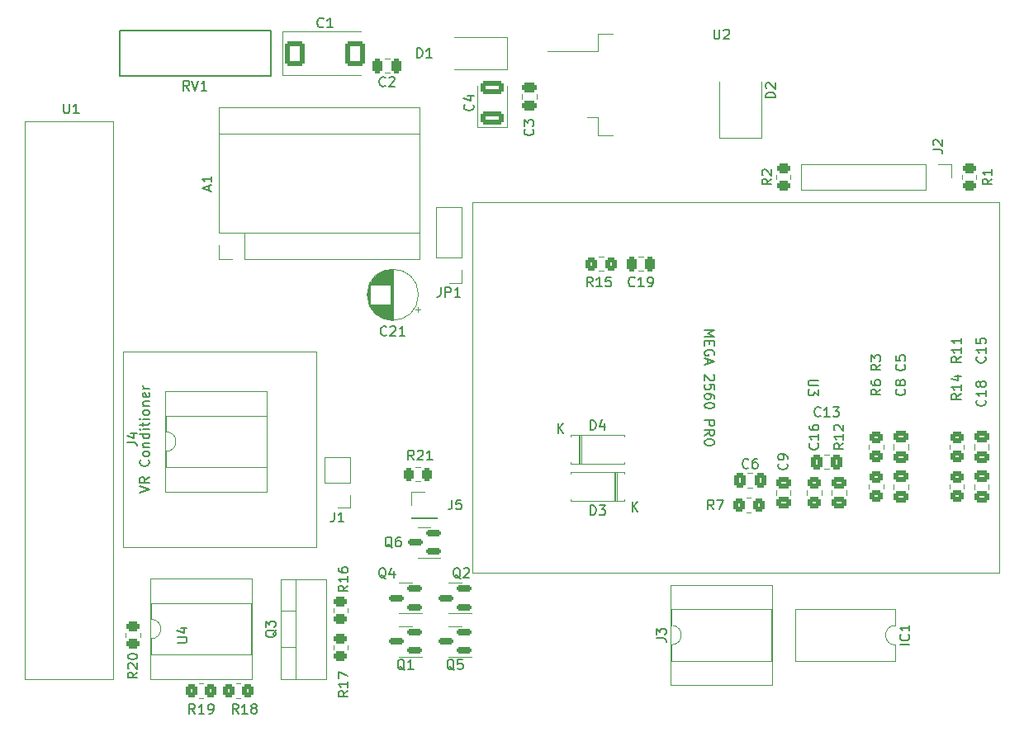
<source format=gto>
G04 #@! TF.GenerationSoftware,KiCad,Pcbnew,(6.0.1)*
G04 #@! TF.CreationDate,2022-02-04T01:53:46-05:00*
G04 #@! TF.ProjectId,klxecu,6b6c7865-6375-42e6-9b69-6361645f7063,rev?*
G04 #@! TF.SameCoordinates,Original*
G04 #@! TF.FileFunction,Legend,Top*
G04 #@! TF.FilePolarity,Positive*
%FSLAX46Y46*%
G04 Gerber Fmt 4.6, Leading zero omitted, Abs format (unit mm)*
G04 Created by KiCad (PCBNEW (6.0.1)) date 2022-02-04 01:53:46*
%MOMM*%
%LPD*%
G01*
G04 APERTURE LIST*
G04 Aperture macros list*
%AMRoundRect*
0 Rectangle with rounded corners*
0 $1 Rounding radius*
0 $2 $3 $4 $5 $6 $7 $8 $9 X,Y pos of 4 corners*
0 Add a 4 corners polygon primitive as box body*
4,1,4,$2,$3,$4,$5,$6,$7,$8,$9,$2,$3,0*
0 Add four circle primitives for the rounded corners*
1,1,$1+$1,$2,$3*
1,1,$1+$1,$4,$5*
1,1,$1+$1,$6,$7*
1,1,$1+$1,$8,$9*
0 Add four rect primitives between the rounded corners*
20,1,$1+$1,$2,$3,$4,$5,0*
20,1,$1+$1,$4,$5,$6,$7,0*
20,1,$1+$1,$6,$7,$8,$9,0*
20,1,$1+$1,$8,$9,$2,$3,0*%
G04 Aperture macros list end*
%ADD10C,0.150000*%
%ADD11C,0.120000*%
%ADD12C,4.400000*%
%ADD13C,8.600000*%
%ADD14C,1.700000*%
%ADD15C,3.800000*%
%ADD16O,1.600000X1.600000*%
%ADD17R,1.600000X1.600000*%
%ADD18C,1.524000*%
%ADD19R,4.600000X1.100000*%
%ADD20R,9.400000X10.800000*%
%ADD21C,1.800000*%
%ADD22RoundRect,0.250000X0.262500X0.450000X-0.262500X0.450000X-0.262500X-0.450000X0.262500X-0.450000X0*%
%ADD23RoundRect,0.250000X0.450000X-0.262500X0.450000X0.262500X-0.450000X0.262500X-0.450000X-0.262500X0*%
%ADD24RoundRect,0.250000X-0.350000X-0.450000X0.350000X-0.450000X0.350000X0.450000X-0.350000X0.450000X0*%
%ADD25RoundRect,0.250000X0.350000X0.450000X-0.350000X0.450000X-0.350000X-0.450000X0.350000X-0.450000X0*%
%ADD26RoundRect,0.250000X-0.450000X0.350000X-0.450000X-0.350000X0.450000X-0.350000X0.450000X0.350000X0*%
%ADD27RoundRect,0.250000X-0.450000X0.262500X-0.450000X-0.262500X0.450000X-0.262500X0.450000X0.262500X0*%
%ADD28RoundRect,0.150000X0.587500X0.150000X-0.587500X0.150000X-0.587500X-0.150000X0.587500X-0.150000X0*%
%ADD29O,2.000000X1.905000*%
%ADD30R,2.000000X1.905000*%
%ADD31O,1.700000X1.700000*%
%ADD32R,1.700000X1.700000*%
%ADD33O,2.200000X2.200000*%
%ADD34R,2.200000X2.200000*%
%ADD35R,2.300000X2.500000*%
%ADD36R,2.500000X1.800000*%
%ADD37C,1.600000*%
%ADD38RoundRect,0.250000X-0.250000X-0.475000X0.250000X-0.475000X0.250000X0.475000X-0.250000X0.475000X0*%
%ADD39RoundRect,0.250000X0.475000X-0.337500X0.475000X0.337500X-0.475000X0.337500X-0.475000X-0.337500X0*%
%ADD40RoundRect,0.250000X-0.475000X0.337500X-0.475000X-0.337500X0.475000X-0.337500X0.475000X0.337500X0*%
%ADD41RoundRect,0.250000X-0.337500X-0.475000X0.337500X-0.475000X0.337500X0.475000X-0.337500X0.475000X0*%
%ADD42RoundRect,0.250000X0.925000X-0.412500X0.925000X0.412500X-0.925000X0.412500X-0.925000X-0.412500X0*%
%ADD43RoundRect,0.250000X0.475000X-0.250000X0.475000X0.250000X-0.475000X0.250000X-0.475000X-0.250000X0*%
%ADD44RoundRect,0.250000X0.250000X0.475000X-0.250000X0.475000X-0.250000X-0.475000X0.250000X-0.475000X0*%
%ADD45RoundRect,0.250000X-0.787500X-1.025000X0.787500X-1.025000X0.787500X1.025000X-0.787500X1.025000X0*%
G04 APERTURE END LIST*
D10*
X30988095Y-48982380D02*
X30988095Y-49791904D01*
X31035714Y-49887142D01*
X31083333Y-49934761D01*
X31178571Y-49982380D01*
X31369047Y-49982380D01*
X31464285Y-49934761D01*
X31511904Y-49887142D01*
X31559523Y-49791904D01*
X31559523Y-48982380D01*
X32559523Y-49982380D02*
X31988095Y-49982380D01*
X32273809Y-49982380D02*
X32273809Y-48982380D01*
X32178571Y-49125238D01*
X32083333Y-49220476D01*
X31988095Y-49268095D01*
X42632380Y-104266904D02*
X43441904Y-104266904D01*
X43537142Y-104219285D01*
X43584761Y-104171666D01*
X43632380Y-104076428D01*
X43632380Y-103885952D01*
X43584761Y-103790714D01*
X43537142Y-103743095D01*
X43441904Y-103695476D01*
X42632380Y-103695476D01*
X42965714Y-102790714D02*
X43632380Y-102790714D01*
X42584761Y-103028809D02*
X43299047Y-103266904D01*
X43299047Y-102647857D01*
X108322619Y-77343095D02*
X107513095Y-77343095D01*
X107417857Y-77390714D01*
X107370238Y-77438333D01*
X107322619Y-77533571D01*
X107322619Y-77724047D01*
X107370238Y-77819285D01*
X107417857Y-77866904D01*
X107513095Y-77914523D01*
X108322619Y-77914523D01*
X108322619Y-78295476D02*
X108322619Y-78914523D01*
X107941666Y-78581190D01*
X107941666Y-78724047D01*
X107894047Y-78819285D01*
X107846428Y-78866904D01*
X107751190Y-78914523D01*
X107513095Y-78914523D01*
X107417857Y-78866904D01*
X107370238Y-78819285D01*
X107322619Y-78724047D01*
X107322619Y-78438333D01*
X107370238Y-78343095D01*
X107417857Y-78295476D01*
X96702619Y-72200238D02*
X97702619Y-72200238D01*
X96988333Y-72533571D01*
X97702619Y-72866904D01*
X96702619Y-72866904D01*
X97226428Y-73343095D02*
X97226428Y-73676428D01*
X96702619Y-73819285D02*
X96702619Y-73343095D01*
X97702619Y-73343095D01*
X97702619Y-73819285D01*
X97655000Y-74771666D02*
X97702619Y-74676428D01*
X97702619Y-74533571D01*
X97655000Y-74390714D01*
X97559761Y-74295476D01*
X97464523Y-74247857D01*
X97274047Y-74200238D01*
X97131190Y-74200238D01*
X96940714Y-74247857D01*
X96845476Y-74295476D01*
X96750238Y-74390714D01*
X96702619Y-74533571D01*
X96702619Y-74628809D01*
X96750238Y-74771666D01*
X96797857Y-74819285D01*
X97131190Y-74819285D01*
X97131190Y-74628809D01*
X96988333Y-75200238D02*
X96988333Y-75676428D01*
X96702619Y-75105000D02*
X97702619Y-75438333D01*
X96702619Y-75771666D01*
X97607380Y-76819285D02*
X97655000Y-76866904D01*
X97702619Y-76962142D01*
X97702619Y-77200238D01*
X97655000Y-77295476D01*
X97607380Y-77343095D01*
X97512142Y-77390714D01*
X97416904Y-77390714D01*
X97274047Y-77343095D01*
X96702619Y-76771666D01*
X96702619Y-77390714D01*
X97702619Y-78295476D02*
X97702619Y-77819285D01*
X97226428Y-77771666D01*
X97274047Y-77819285D01*
X97321666Y-77914523D01*
X97321666Y-78152619D01*
X97274047Y-78247857D01*
X97226428Y-78295476D01*
X97131190Y-78343095D01*
X96893095Y-78343095D01*
X96797857Y-78295476D01*
X96750238Y-78247857D01*
X96702619Y-78152619D01*
X96702619Y-77914523D01*
X96750238Y-77819285D01*
X96797857Y-77771666D01*
X97702619Y-79200238D02*
X97702619Y-79009761D01*
X97655000Y-78914523D01*
X97607380Y-78866904D01*
X97464523Y-78771666D01*
X97274047Y-78724047D01*
X96893095Y-78724047D01*
X96797857Y-78771666D01*
X96750238Y-78819285D01*
X96702619Y-78914523D01*
X96702619Y-79105000D01*
X96750238Y-79200238D01*
X96797857Y-79247857D01*
X96893095Y-79295476D01*
X97131190Y-79295476D01*
X97226428Y-79247857D01*
X97274047Y-79200238D01*
X97321666Y-79105000D01*
X97321666Y-78914523D01*
X97274047Y-78819285D01*
X97226428Y-78771666D01*
X97131190Y-78724047D01*
X97702619Y-79914523D02*
X97702619Y-80009761D01*
X97655000Y-80105000D01*
X97607380Y-80152619D01*
X97512142Y-80200238D01*
X97321666Y-80247857D01*
X97083571Y-80247857D01*
X96893095Y-80200238D01*
X96797857Y-80152619D01*
X96750238Y-80105000D01*
X96702619Y-80009761D01*
X96702619Y-79914523D01*
X96750238Y-79819285D01*
X96797857Y-79771666D01*
X96893095Y-79724047D01*
X97083571Y-79676428D01*
X97321666Y-79676428D01*
X97512142Y-79724047D01*
X97607380Y-79771666D01*
X97655000Y-79819285D01*
X97702619Y-79914523D01*
X96702619Y-81438333D02*
X97702619Y-81438333D01*
X97702619Y-81819285D01*
X97655000Y-81914523D01*
X97607380Y-81962142D01*
X97512142Y-82009761D01*
X97369285Y-82009761D01*
X97274047Y-81962142D01*
X97226428Y-81914523D01*
X97178809Y-81819285D01*
X97178809Y-81438333D01*
X96702619Y-83009761D02*
X97178809Y-82676428D01*
X96702619Y-82438333D02*
X97702619Y-82438333D01*
X97702619Y-82819285D01*
X97655000Y-82914523D01*
X97607380Y-82962142D01*
X97512142Y-83009761D01*
X97369285Y-83009761D01*
X97274047Y-82962142D01*
X97226428Y-82914523D01*
X97178809Y-82819285D01*
X97178809Y-82438333D01*
X97702619Y-83628809D02*
X97702619Y-83819285D01*
X97655000Y-83914523D01*
X97559761Y-84009761D01*
X97369285Y-84057380D01*
X97035952Y-84057380D01*
X96845476Y-84009761D01*
X96750238Y-83914523D01*
X96702619Y-83819285D01*
X96702619Y-83628809D01*
X96750238Y-83533571D01*
X96845476Y-83438333D01*
X97035952Y-83390714D01*
X97369285Y-83390714D01*
X97559761Y-83438333D01*
X97655000Y-83533571D01*
X97702619Y-83628809D01*
X97663095Y-41362380D02*
X97663095Y-42171904D01*
X97710714Y-42267142D01*
X97758333Y-42314761D01*
X97853571Y-42362380D01*
X98044047Y-42362380D01*
X98139285Y-42314761D01*
X98186904Y-42267142D01*
X98234523Y-42171904D01*
X98234523Y-41362380D01*
X98663095Y-41457619D02*
X98710714Y-41410000D01*
X98805952Y-41362380D01*
X99044047Y-41362380D01*
X99139285Y-41410000D01*
X99186904Y-41457619D01*
X99234523Y-41552857D01*
X99234523Y-41648095D01*
X99186904Y-41790952D01*
X98615476Y-42362380D01*
X99234523Y-42362380D01*
X43854761Y-47617380D02*
X43521428Y-47141190D01*
X43283333Y-47617380D02*
X43283333Y-46617380D01*
X43664285Y-46617380D01*
X43759523Y-46665000D01*
X43807142Y-46712619D01*
X43854761Y-46807857D01*
X43854761Y-46950714D01*
X43807142Y-47045952D01*
X43759523Y-47093571D01*
X43664285Y-47141190D01*
X43283333Y-47141190D01*
X44140476Y-46617380D02*
X44473809Y-47617380D01*
X44807142Y-46617380D01*
X45664285Y-47617380D02*
X45092857Y-47617380D01*
X45378571Y-47617380D02*
X45378571Y-46617380D01*
X45283333Y-46760238D01*
X45188095Y-46855476D01*
X45092857Y-46903095D01*
X66894206Y-85542380D02*
X66560873Y-85066190D01*
X66322778Y-85542380D02*
X66322778Y-84542380D01*
X66703730Y-84542380D01*
X66798968Y-84590000D01*
X66846587Y-84637619D01*
X66894206Y-84732857D01*
X66894206Y-84875714D01*
X66846587Y-84970952D01*
X66798968Y-85018571D01*
X66703730Y-85066190D01*
X66322778Y-85066190D01*
X67275159Y-84637619D02*
X67322778Y-84590000D01*
X67418016Y-84542380D01*
X67656111Y-84542380D01*
X67751349Y-84590000D01*
X67798968Y-84637619D01*
X67846587Y-84732857D01*
X67846587Y-84828095D01*
X67798968Y-84970952D01*
X67227540Y-85542380D01*
X67846587Y-85542380D01*
X68798968Y-85542380D02*
X68227540Y-85542380D01*
X68513254Y-85542380D02*
X68513254Y-84542380D01*
X68418016Y-84685238D01*
X68322778Y-84780476D01*
X68227540Y-84828095D01*
X38552380Y-107322857D02*
X38076190Y-107656190D01*
X38552380Y-107894285D02*
X37552380Y-107894285D01*
X37552380Y-107513333D01*
X37600000Y-107418095D01*
X37647619Y-107370476D01*
X37742857Y-107322857D01*
X37885714Y-107322857D01*
X37980952Y-107370476D01*
X38028571Y-107418095D01*
X38076190Y-107513333D01*
X38076190Y-107894285D01*
X37647619Y-106941904D02*
X37600000Y-106894285D01*
X37552380Y-106799047D01*
X37552380Y-106560952D01*
X37600000Y-106465714D01*
X37647619Y-106418095D01*
X37742857Y-106370476D01*
X37838095Y-106370476D01*
X37980952Y-106418095D01*
X38552380Y-106989523D01*
X38552380Y-106370476D01*
X37552380Y-105751428D02*
X37552380Y-105656190D01*
X37600000Y-105560952D01*
X37647619Y-105513333D01*
X37742857Y-105465714D01*
X37933333Y-105418095D01*
X38171428Y-105418095D01*
X38361904Y-105465714D01*
X38457142Y-105513333D01*
X38504761Y-105560952D01*
X38552380Y-105656190D01*
X38552380Y-105751428D01*
X38504761Y-105846666D01*
X38457142Y-105894285D01*
X38361904Y-105941904D01*
X38171428Y-105989523D01*
X37933333Y-105989523D01*
X37742857Y-105941904D01*
X37647619Y-105894285D01*
X37600000Y-105846666D01*
X37552380Y-105751428D01*
X44442142Y-111577380D02*
X44108809Y-111101190D01*
X43870714Y-111577380D02*
X43870714Y-110577380D01*
X44251666Y-110577380D01*
X44346904Y-110625000D01*
X44394523Y-110672619D01*
X44442142Y-110767857D01*
X44442142Y-110910714D01*
X44394523Y-111005952D01*
X44346904Y-111053571D01*
X44251666Y-111101190D01*
X43870714Y-111101190D01*
X45394523Y-111577380D02*
X44823095Y-111577380D01*
X45108809Y-111577380D02*
X45108809Y-110577380D01*
X45013571Y-110720238D01*
X44918333Y-110815476D01*
X44823095Y-110863095D01*
X45870714Y-111577380D02*
X46061190Y-111577380D01*
X46156428Y-111529761D01*
X46204047Y-111482142D01*
X46299285Y-111339285D01*
X46346904Y-111148809D01*
X46346904Y-110767857D01*
X46299285Y-110672619D01*
X46251666Y-110625000D01*
X46156428Y-110577380D01*
X45965952Y-110577380D01*
X45870714Y-110625000D01*
X45823095Y-110672619D01*
X45775476Y-110767857D01*
X45775476Y-111005952D01*
X45823095Y-111101190D01*
X45870714Y-111148809D01*
X45965952Y-111196428D01*
X46156428Y-111196428D01*
X46251666Y-111148809D01*
X46299285Y-111101190D01*
X46346904Y-111005952D01*
X48887142Y-111577380D02*
X48553809Y-111101190D01*
X48315714Y-111577380D02*
X48315714Y-110577380D01*
X48696666Y-110577380D01*
X48791904Y-110625000D01*
X48839523Y-110672619D01*
X48887142Y-110767857D01*
X48887142Y-110910714D01*
X48839523Y-111005952D01*
X48791904Y-111053571D01*
X48696666Y-111101190D01*
X48315714Y-111101190D01*
X49839523Y-111577380D02*
X49268095Y-111577380D01*
X49553809Y-111577380D02*
X49553809Y-110577380D01*
X49458571Y-110720238D01*
X49363333Y-110815476D01*
X49268095Y-110863095D01*
X50410952Y-111005952D02*
X50315714Y-110958333D01*
X50268095Y-110910714D01*
X50220476Y-110815476D01*
X50220476Y-110767857D01*
X50268095Y-110672619D01*
X50315714Y-110625000D01*
X50410952Y-110577380D01*
X50601428Y-110577380D01*
X50696666Y-110625000D01*
X50744285Y-110672619D01*
X50791904Y-110767857D01*
X50791904Y-110815476D01*
X50744285Y-110910714D01*
X50696666Y-110958333D01*
X50601428Y-111005952D01*
X50410952Y-111005952D01*
X50315714Y-111053571D01*
X50268095Y-111101190D01*
X50220476Y-111196428D01*
X50220476Y-111386904D01*
X50268095Y-111482142D01*
X50315714Y-111529761D01*
X50410952Y-111577380D01*
X50601428Y-111577380D01*
X50696666Y-111529761D01*
X50744285Y-111482142D01*
X50791904Y-111386904D01*
X50791904Y-111196428D01*
X50744285Y-111101190D01*
X50696666Y-111053571D01*
X50601428Y-111005952D01*
X60142380Y-109227857D02*
X59666190Y-109561190D01*
X60142380Y-109799285D02*
X59142380Y-109799285D01*
X59142380Y-109418333D01*
X59190000Y-109323095D01*
X59237619Y-109275476D01*
X59332857Y-109227857D01*
X59475714Y-109227857D01*
X59570952Y-109275476D01*
X59618571Y-109323095D01*
X59666190Y-109418333D01*
X59666190Y-109799285D01*
X60142380Y-108275476D02*
X60142380Y-108846904D01*
X60142380Y-108561190D02*
X59142380Y-108561190D01*
X59285238Y-108656428D01*
X59380476Y-108751666D01*
X59428095Y-108846904D01*
X59142380Y-107942142D02*
X59142380Y-107275476D01*
X60142380Y-107704047D01*
X60142380Y-98432857D02*
X59666190Y-98766190D01*
X60142380Y-99004285D02*
X59142380Y-99004285D01*
X59142380Y-98623333D01*
X59190000Y-98528095D01*
X59237619Y-98480476D01*
X59332857Y-98432857D01*
X59475714Y-98432857D01*
X59570952Y-98480476D01*
X59618571Y-98528095D01*
X59666190Y-98623333D01*
X59666190Y-99004285D01*
X60142380Y-97480476D02*
X60142380Y-98051904D01*
X60142380Y-97766190D02*
X59142380Y-97766190D01*
X59285238Y-97861428D01*
X59380476Y-97956666D01*
X59428095Y-98051904D01*
X59142380Y-96623333D02*
X59142380Y-96813809D01*
X59190000Y-96909047D01*
X59237619Y-96956666D01*
X59380476Y-97051904D01*
X59570952Y-97099523D01*
X59951904Y-97099523D01*
X60047142Y-97051904D01*
X60094761Y-97004285D01*
X60142380Y-96909047D01*
X60142380Y-96718571D01*
X60094761Y-96623333D01*
X60047142Y-96575714D01*
X59951904Y-96528095D01*
X59713809Y-96528095D01*
X59618571Y-96575714D01*
X59570952Y-96623333D01*
X59523333Y-96718571D01*
X59523333Y-96909047D01*
X59570952Y-97004285D01*
X59618571Y-97051904D01*
X59713809Y-97099523D01*
X85220078Y-67762380D02*
X84886745Y-67286190D01*
X84648650Y-67762380D02*
X84648650Y-66762380D01*
X85029602Y-66762380D01*
X85124840Y-66810000D01*
X85172459Y-66857619D01*
X85220078Y-66952857D01*
X85220078Y-67095714D01*
X85172459Y-67190952D01*
X85124840Y-67238571D01*
X85029602Y-67286190D01*
X84648650Y-67286190D01*
X86172459Y-67762380D02*
X85601031Y-67762380D01*
X85886745Y-67762380D02*
X85886745Y-66762380D01*
X85791507Y-66905238D01*
X85696269Y-67000476D01*
X85601031Y-67048095D01*
X87077221Y-66762380D02*
X86601031Y-66762380D01*
X86553412Y-67238571D01*
X86601031Y-67190952D01*
X86696269Y-67143333D01*
X86934364Y-67143333D01*
X87029602Y-67190952D01*
X87077221Y-67238571D01*
X87124840Y-67333809D01*
X87124840Y-67571904D01*
X87077221Y-67667142D01*
X87029602Y-67714761D01*
X86934364Y-67762380D01*
X86696269Y-67762380D01*
X86601031Y-67714761D01*
X86553412Y-67667142D01*
X123007380Y-78747857D02*
X122531190Y-79081190D01*
X123007380Y-79319285D02*
X122007380Y-79319285D01*
X122007380Y-78938333D01*
X122055000Y-78843095D01*
X122102619Y-78795476D01*
X122197857Y-78747857D01*
X122340714Y-78747857D01*
X122435952Y-78795476D01*
X122483571Y-78843095D01*
X122531190Y-78938333D01*
X122531190Y-79319285D01*
X123007380Y-77795476D02*
X123007380Y-78366904D01*
X123007380Y-78081190D02*
X122007380Y-78081190D01*
X122150238Y-78176428D01*
X122245476Y-78271666D01*
X122293095Y-78366904D01*
X122340714Y-76938333D02*
X123007380Y-76938333D01*
X121959761Y-77176428D02*
X122674047Y-77414523D01*
X122674047Y-76795476D01*
X110942380Y-83827857D02*
X110466190Y-84161190D01*
X110942380Y-84399285D02*
X109942380Y-84399285D01*
X109942380Y-84018333D01*
X109990000Y-83923095D01*
X110037619Y-83875476D01*
X110132857Y-83827857D01*
X110275714Y-83827857D01*
X110370952Y-83875476D01*
X110418571Y-83923095D01*
X110466190Y-84018333D01*
X110466190Y-84399285D01*
X110942380Y-82875476D02*
X110942380Y-83446904D01*
X110942380Y-83161190D02*
X109942380Y-83161190D01*
X110085238Y-83256428D01*
X110180476Y-83351666D01*
X110228095Y-83446904D01*
X110037619Y-82494523D02*
X109990000Y-82446904D01*
X109942380Y-82351666D01*
X109942380Y-82113571D01*
X109990000Y-82018333D01*
X110037619Y-81970714D01*
X110132857Y-81923095D01*
X110228095Y-81923095D01*
X110370952Y-81970714D01*
X110942380Y-82542142D01*
X110942380Y-81923095D01*
X123007380Y-74937857D02*
X122531190Y-75271190D01*
X123007380Y-75509285D02*
X122007380Y-75509285D01*
X122007380Y-75128333D01*
X122055000Y-75033095D01*
X122102619Y-74985476D01*
X122197857Y-74937857D01*
X122340714Y-74937857D01*
X122435952Y-74985476D01*
X122483571Y-75033095D01*
X122531190Y-75128333D01*
X122531190Y-75509285D01*
X123007380Y-73985476D02*
X123007380Y-74556904D01*
X123007380Y-74271190D02*
X122007380Y-74271190D01*
X122150238Y-74366428D01*
X122245476Y-74461666D01*
X122293095Y-74556904D01*
X123007380Y-73033095D02*
X123007380Y-73604523D01*
X123007380Y-73318809D02*
X122007380Y-73318809D01*
X122150238Y-73414047D01*
X122245476Y-73509285D01*
X122293095Y-73604523D01*
X97623333Y-90622380D02*
X97290000Y-90146190D01*
X97051904Y-90622380D02*
X97051904Y-89622380D01*
X97432857Y-89622380D01*
X97528095Y-89670000D01*
X97575714Y-89717619D01*
X97623333Y-89812857D01*
X97623333Y-89955714D01*
X97575714Y-90050952D01*
X97528095Y-90098571D01*
X97432857Y-90146190D01*
X97051904Y-90146190D01*
X97956666Y-89622380D02*
X98623333Y-89622380D01*
X98194761Y-90622380D01*
X114752380Y-78271666D02*
X114276190Y-78605000D01*
X114752380Y-78843095D02*
X113752380Y-78843095D01*
X113752380Y-78462142D01*
X113800000Y-78366904D01*
X113847619Y-78319285D01*
X113942857Y-78271666D01*
X114085714Y-78271666D01*
X114180952Y-78319285D01*
X114228571Y-78366904D01*
X114276190Y-78462142D01*
X114276190Y-78843095D01*
X113752380Y-77414523D02*
X113752380Y-77605000D01*
X113800000Y-77700238D01*
X113847619Y-77747857D01*
X113990476Y-77843095D01*
X114180952Y-77890714D01*
X114561904Y-77890714D01*
X114657142Y-77843095D01*
X114704761Y-77795476D01*
X114752380Y-77700238D01*
X114752380Y-77509761D01*
X114704761Y-77414523D01*
X114657142Y-77366904D01*
X114561904Y-77319285D01*
X114323809Y-77319285D01*
X114228571Y-77366904D01*
X114180952Y-77414523D01*
X114133333Y-77509761D01*
X114133333Y-77700238D01*
X114180952Y-77795476D01*
X114228571Y-77843095D01*
X114323809Y-77890714D01*
X114752380Y-75731666D02*
X114276190Y-76065000D01*
X114752380Y-76303095D02*
X113752380Y-76303095D01*
X113752380Y-75922142D01*
X113800000Y-75826904D01*
X113847619Y-75779285D01*
X113942857Y-75731666D01*
X114085714Y-75731666D01*
X114180952Y-75779285D01*
X114228571Y-75826904D01*
X114276190Y-75922142D01*
X114276190Y-76303095D01*
X113752380Y-75398333D02*
X113752380Y-74779285D01*
X114133333Y-75112619D01*
X114133333Y-74969761D01*
X114180952Y-74874523D01*
X114228571Y-74826904D01*
X114323809Y-74779285D01*
X114561904Y-74779285D01*
X114657142Y-74826904D01*
X114704761Y-74874523D01*
X114752380Y-74969761D01*
X114752380Y-75255476D01*
X114704761Y-75350714D01*
X114657142Y-75398333D01*
X103577380Y-56681666D02*
X103101190Y-57015000D01*
X103577380Y-57253095D02*
X102577380Y-57253095D01*
X102577380Y-56872142D01*
X102625000Y-56776904D01*
X102672619Y-56729285D01*
X102767857Y-56681666D01*
X102910714Y-56681666D01*
X103005952Y-56729285D01*
X103053571Y-56776904D01*
X103101190Y-56872142D01*
X103101190Y-57253095D01*
X102672619Y-56300714D02*
X102625000Y-56253095D01*
X102577380Y-56157857D01*
X102577380Y-55919761D01*
X102625000Y-55824523D01*
X102672619Y-55776904D01*
X102767857Y-55729285D01*
X102863095Y-55729285D01*
X103005952Y-55776904D01*
X103577380Y-56348333D01*
X103577380Y-55729285D01*
X126182380Y-56681666D02*
X125706190Y-57015000D01*
X126182380Y-57253095D02*
X125182380Y-57253095D01*
X125182380Y-56872142D01*
X125230000Y-56776904D01*
X125277619Y-56729285D01*
X125372857Y-56681666D01*
X125515714Y-56681666D01*
X125610952Y-56729285D01*
X125658571Y-56776904D01*
X125706190Y-56872142D01*
X125706190Y-57253095D01*
X126182380Y-55729285D02*
X126182380Y-56300714D01*
X126182380Y-56015000D02*
X125182380Y-56015000D01*
X125325238Y-56110238D01*
X125420476Y-56205476D01*
X125468095Y-56300714D01*
X64674761Y-94527619D02*
X64579523Y-94480000D01*
X64484285Y-94384761D01*
X64341428Y-94241904D01*
X64246190Y-94194285D01*
X64150952Y-94194285D01*
X64198571Y-94432380D02*
X64103333Y-94384761D01*
X64008095Y-94289523D01*
X63960476Y-94099047D01*
X63960476Y-93765714D01*
X64008095Y-93575238D01*
X64103333Y-93480000D01*
X64198571Y-93432380D01*
X64389047Y-93432380D01*
X64484285Y-93480000D01*
X64579523Y-93575238D01*
X64627142Y-93765714D01*
X64627142Y-94099047D01*
X64579523Y-94289523D01*
X64484285Y-94384761D01*
X64389047Y-94432380D01*
X64198571Y-94432380D01*
X65484285Y-93432380D02*
X65293809Y-93432380D01*
X65198571Y-93480000D01*
X65150952Y-93527619D01*
X65055714Y-93670476D01*
X65008095Y-93860952D01*
X65008095Y-94241904D01*
X65055714Y-94337142D01*
X65103333Y-94384761D01*
X65198571Y-94432380D01*
X65389047Y-94432380D01*
X65484285Y-94384761D01*
X65531904Y-94337142D01*
X65579523Y-94241904D01*
X65579523Y-94003809D01*
X65531904Y-93908571D01*
X65484285Y-93860952D01*
X65389047Y-93813333D01*
X65198571Y-93813333D01*
X65103333Y-93860952D01*
X65055714Y-93908571D01*
X65008095Y-94003809D01*
X71024761Y-107087619D02*
X70929523Y-107040000D01*
X70834285Y-106944761D01*
X70691428Y-106801904D01*
X70596190Y-106754285D01*
X70500952Y-106754285D01*
X70548571Y-106992380D02*
X70453333Y-106944761D01*
X70358095Y-106849523D01*
X70310476Y-106659047D01*
X70310476Y-106325714D01*
X70358095Y-106135238D01*
X70453333Y-106040000D01*
X70548571Y-105992380D01*
X70739047Y-105992380D01*
X70834285Y-106040000D01*
X70929523Y-106135238D01*
X70977142Y-106325714D01*
X70977142Y-106659047D01*
X70929523Y-106849523D01*
X70834285Y-106944761D01*
X70739047Y-106992380D01*
X70548571Y-106992380D01*
X71881904Y-105992380D02*
X71405714Y-105992380D01*
X71358095Y-106468571D01*
X71405714Y-106420952D01*
X71500952Y-106373333D01*
X71739047Y-106373333D01*
X71834285Y-106420952D01*
X71881904Y-106468571D01*
X71929523Y-106563809D01*
X71929523Y-106801904D01*
X71881904Y-106897142D01*
X71834285Y-106944761D01*
X71739047Y-106992380D01*
X71500952Y-106992380D01*
X71405714Y-106944761D01*
X71358095Y-106897142D01*
X64039761Y-97702619D02*
X63944523Y-97655000D01*
X63849285Y-97559761D01*
X63706428Y-97416904D01*
X63611190Y-97369285D01*
X63515952Y-97369285D01*
X63563571Y-97607380D02*
X63468333Y-97559761D01*
X63373095Y-97464523D01*
X63325476Y-97274047D01*
X63325476Y-96940714D01*
X63373095Y-96750238D01*
X63468333Y-96655000D01*
X63563571Y-96607380D01*
X63754047Y-96607380D01*
X63849285Y-96655000D01*
X63944523Y-96750238D01*
X63992142Y-96940714D01*
X63992142Y-97274047D01*
X63944523Y-97464523D01*
X63849285Y-97559761D01*
X63754047Y-97607380D01*
X63563571Y-97607380D01*
X64849285Y-96940714D02*
X64849285Y-97607380D01*
X64611190Y-96559761D02*
X64373095Y-97274047D01*
X64992142Y-97274047D01*
X52792619Y-102965238D02*
X52745000Y-103060476D01*
X52649761Y-103155714D01*
X52506904Y-103298571D01*
X52459285Y-103393809D01*
X52459285Y-103489047D01*
X52697380Y-103441428D02*
X52649761Y-103536666D01*
X52554523Y-103631904D01*
X52364047Y-103679523D01*
X52030714Y-103679523D01*
X51840238Y-103631904D01*
X51745000Y-103536666D01*
X51697380Y-103441428D01*
X51697380Y-103250952D01*
X51745000Y-103155714D01*
X51840238Y-103060476D01*
X52030714Y-103012857D01*
X52364047Y-103012857D01*
X52554523Y-103060476D01*
X52649761Y-103155714D01*
X52697380Y-103250952D01*
X52697380Y-103441428D01*
X51697380Y-102679523D02*
X51697380Y-102060476D01*
X52078333Y-102393809D01*
X52078333Y-102250952D01*
X52125952Y-102155714D01*
X52173571Y-102108095D01*
X52268809Y-102060476D01*
X52506904Y-102060476D01*
X52602142Y-102108095D01*
X52649761Y-102155714D01*
X52697380Y-102250952D01*
X52697380Y-102536666D01*
X52649761Y-102631904D01*
X52602142Y-102679523D01*
X71674761Y-97702619D02*
X71579523Y-97655000D01*
X71484285Y-97559761D01*
X71341428Y-97416904D01*
X71246190Y-97369285D01*
X71150952Y-97369285D01*
X71198571Y-97607380D02*
X71103333Y-97559761D01*
X71008095Y-97464523D01*
X70960476Y-97274047D01*
X70960476Y-96940714D01*
X71008095Y-96750238D01*
X71103333Y-96655000D01*
X71198571Y-96607380D01*
X71389047Y-96607380D01*
X71484285Y-96655000D01*
X71579523Y-96750238D01*
X71627142Y-96940714D01*
X71627142Y-97274047D01*
X71579523Y-97464523D01*
X71484285Y-97559761D01*
X71389047Y-97607380D01*
X71198571Y-97607380D01*
X72008095Y-96702619D02*
X72055714Y-96655000D01*
X72150952Y-96607380D01*
X72389047Y-96607380D01*
X72484285Y-96655000D01*
X72531904Y-96702619D01*
X72579523Y-96797857D01*
X72579523Y-96893095D01*
X72531904Y-97035952D01*
X71960476Y-97607380D01*
X72579523Y-97607380D01*
X65944761Y-107087619D02*
X65849523Y-107040000D01*
X65754285Y-106944761D01*
X65611428Y-106801904D01*
X65516190Y-106754285D01*
X65420952Y-106754285D01*
X65468571Y-106992380D02*
X65373333Y-106944761D01*
X65278095Y-106849523D01*
X65230476Y-106659047D01*
X65230476Y-106325714D01*
X65278095Y-106135238D01*
X65373333Y-106040000D01*
X65468571Y-105992380D01*
X65659047Y-105992380D01*
X65754285Y-106040000D01*
X65849523Y-106135238D01*
X65897142Y-106325714D01*
X65897142Y-106659047D01*
X65849523Y-106849523D01*
X65754285Y-106944761D01*
X65659047Y-106992380D01*
X65468571Y-106992380D01*
X66849523Y-106992380D02*
X66278095Y-106992380D01*
X66563809Y-106992380D02*
X66563809Y-105992380D01*
X66468571Y-106135238D01*
X66373333Y-106230476D01*
X66278095Y-106278095D01*
X69651666Y-67807380D02*
X69651666Y-68521666D01*
X69604047Y-68664523D01*
X69508809Y-68759761D01*
X69365952Y-68807380D01*
X69270714Y-68807380D01*
X70127857Y-68807380D02*
X70127857Y-67807380D01*
X70508809Y-67807380D01*
X70604047Y-67855000D01*
X70651666Y-67902619D01*
X70699285Y-67997857D01*
X70699285Y-68140714D01*
X70651666Y-68235952D01*
X70604047Y-68283571D01*
X70508809Y-68331190D01*
X70127857Y-68331190D01*
X71651666Y-68807380D02*
X71080238Y-68807380D01*
X71365952Y-68807380D02*
X71365952Y-67807380D01*
X71270714Y-67950238D01*
X71175476Y-68045476D01*
X71080238Y-68093095D01*
X70786666Y-89622380D02*
X70786666Y-90336666D01*
X70739047Y-90479523D01*
X70643809Y-90574761D01*
X70500952Y-90622380D01*
X70405714Y-90622380D01*
X71739047Y-89622380D02*
X71262857Y-89622380D01*
X71215238Y-90098571D01*
X71262857Y-90050952D01*
X71358095Y-90003333D01*
X71596190Y-90003333D01*
X71691428Y-90050952D01*
X71739047Y-90098571D01*
X71786666Y-90193809D01*
X71786666Y-90431904D01*
X71739047Y-90527142D01*
X71691428Y-90574761D01*
X71596190Y-90622380D01*
X71358095Y-90622380D01*
X71262857Y-90574761D01*
X71215238Y-90527142D01*
X37507380Y-83722844D02*
X38221666Y-83722844D01*
X38364523Y-83770463D01*
X38459761Y-83865701D01*
X38507380Y-84008558D01*
X38507380Y-84103796D01*
X37840714Y-82818082D02*
X38507380Y-82818082D01*
X37459761Y-83056177D02*
X38174047Y-83294272D01*
X38174047Y-82675225D01*
X38777380Y-88865701D02*
X39777380Y-88532368D01*
X38777380Y-88199034D01*
X39777380Y-87294272D02*
X39301190Y-87627606D01*
X39777380Y-87865701D02*
X38777380Y-87865701D01*
X38777380Y-87484749D01*
X38825000Y-87389511D01*
X38872619Y-87341891D01*
X38967857Y-87294272D01*
X39110714Y-87294272D01*
X39205952Y-87341891D01*
X39253571Y-87389511D01*
X39301190Y-87484749D01*
X39301190Y-87865701D01*
X39682142Y-85532368D02*
X39729761Y-85579987D01*
X39777380Y-85722844D01*
X39777380Y-85818082D01*
X39729761Y-85960939D01*
X39634523Y-86056177D01*
X39539285Y-86103796D01*
X39348809Y-86151415D01*
X39205952Y-86151415D01*
X39015476Y-86103796D01*
X38920238Y-86056177D01*
X38825000Y-85960939D01*
X38777380Y-85818082D01*
X38777380Y-85722844D01*
X38825000Y-85579987D01*
X38872619Y-85532368D01*
X39777380Y-84960939D02*
X39729761Y-85056177D01*
X39682142Y-85103796D01*
X39586904Y-85151415D01*
X39301190Y-85151415D01*
X39205952Y-85103796D01*
X39158333Y-85056177D01*
X39110714Y-84960939D01*
X39110714Y-84818082D01*
X39158333Y-84722844D01*
X39205952Y-84675225D01*
X39301190Y-84627606D01*
X39586904Y-84627606D01*
X39682142Y-84675225D01*
X39729761Y-84722844D01*
X39777380Y-84818082D01*
X39777380Y-84960939D01*
X39110714Y-84199034D02*
X39777380Y-84199034D01*
X39205952Y-84199034D02*
X39158333Y-84151415D01*
X39110714Y-84056177D01*
X39110714Y-83913320D01*
X39158333Y-83818082D01*
X39253571Y-83770463D01*
X39777380Y-83770463D01*
X39777380Y-82865701D02*
X38777380Y-82865701D01*
X39729761Y-82865701D02*
X39777380Y-82960939D01*
X39777380Y-83151415D01*
X39729761Y-83246653D01*
X39682142Y-83294272D01*
X39586904Y-83341891D01*
X39301190Y-83341891D01*
X39205952Y-83294272D01*
X39158333Y-83246653D01*
X39110714Y-83151415D01*
X39110714Y-82960939D01*
X39158333Y-82865701D01*
X39777380Y-82389511D02*
X39110714Y-82389511D01*
X38777380Y-82389511D02*
X38825000Y-82437130D01*
X38872619Y-82389511D01*
X38825000Y-82341891D01*
X38777380Y-82389511D01*
X38872619Y-82389511D01*
X39110714Y-82056177D02*
X39110714Y-81675225D01*
X38777380Y-81913320D02*
X39634523Y-81913320D01*
X39729761Y-81865701D01*
X39777380Y-81770463D01*
X39777380Y-81675225D01*
X39777380Y-81341891D02*
X39110714Y-81341891D01*
X38777380Y-81341891D02*
X38825000Y-81389511D01*
X38872619Y-81341891D01*
X38825000Y-81294272D01*
X38777380Y-81341891D01*
X38872619Y-81341891D01*
X39777380Y-80722844D02*
X39729761Y-80818082D01*
X39682142Y-80865701D01*
X39586904Y-80913320D01*
X39301190Y-80913320D01*
X39205952Y-80865701D01*
X39158333Y-80818082D01*
X39110714Y-80722844D01*
X39110714Y-80579987D01*
X39158333Y-80484749D01*
X39205952Y-80437130D01*
X39301190Y-80389511D01*
X39586904Y-80389511D01*
X39682142Y-80437130D01*
X39729761Y-80484749D01*
X39777380Y-80579987D01*
X39777380Y-80722844D01*
X39110714Y-79960939D02*
X39777380Y-79960939D01*
X39205952Y-79960939D02*
X39158333Y-79913320D01*
X39110714Y-79818082D01*
X39110714Y-79675225D01*
X39158333Y-79579987D01*
X39253571Y-79532368D01*
X39777380Y-79532368D01*
X39729761Y-78675225D02*
X39777380Y-78770463D01*
X39777380Y-78960939D01*
X39729761Y-79056177D01*
X39634523Y-79103796D01*
X39253571Y-79103796D01*
X39158333Y-79056177D01*
X39110714Y-78960939D01*
X39110714Y-78770463D01*
X39158333Y-78675225D01*
X39253571Y-78627606D01*
X39348809Y-78627606D01*
X39444047Y-79103796D01*
X39777380Y-78199034D02*
X39110714Y-78199034D01*
X39301190Y-78199034D02*
X39205952Y-78151415D01*
X39158333Y-78103796D01*
X39110714Y-78008558D01*
X39110714Y-77913320D01*
X91747380Y-103828333D02*
X92461666Y-103828333D01*
X92604523Y-103875952D01*
X92699761Y-103971190D01*
X92747380Y-104114047D01*
X92747380Y-104209285D01*
X91747380Y-103447380D02*
X91747380Y-102828333D01*
X92128333Y-103161666D01*
X92128333Y-103018809D01*
X92175952Y-102923571D01*
X92223571Y-102875952D01*
X92318809Y-102828333D01*
X92556904Y-102828333D01*
X92652142Y-102875952D01*
X92699761Y-102923571D01*
X92747380Y-103018809D01*
X92747380Y-103304523D01*
X92699761Y-103399761D01*
X92652142Y-103447380D01*
X120102380Y-53673333D02*
X120816666Y-53673333D01*
X120959523Y-53720952D01*
X121054761Y-53816190D01*
X121102380Y-53959047D01*
X121102380Y-54054285D01*
X120197619Y-53244761D02*
X120150000Y-53197142D01*
X120102380Y-53101904D01*
X120102380Y-52863809D01*
X120150000Y-52768571D01*
X120197619Y-52720952D01*
X120292857Y-52673333D01*
X120388095Y-52673333D01*
X120530952Y-52720952D01*
X121102380Y-53292380D01*
X121102380Y-52673333D01*
X58721666Y-90891891D02*
X58721666Y-91606177D01*
X58674047Y-91749034D01*
X58578809Y-91844272D01*
X58435952Y-91891891D01*
X58340714Y-91891891D01*
X59721666Y-91891891D02*
X59150238Y-91891891D01*
X59435952Y-91891891D02*
X59435952Y-90891891D01*
X59340714Y-91034749D01*
X59245476Y-91129987D01*
X59150238Y-91177606D01*
X117707380Y-104491190D02*
X116707380Y-104491190D01*
X117612142Y-103443571D02*
X117659761Y-103491190D01*
X117707380Y-103634047D01*
X117707380Y-103729285D01*
X117659761Y-103872142D01*
X117564523Y-103967380D01*
X117469285Y-104015000D01*
X117278809Y-104062619D01*
X117135952Y-104062619D01*
X116945476Y-104015000D01*
X116850238Y-103967380D01*
X116755000Y-103872142D01*
X116707380Y-103729285D01*
X116707380Y-103634047D01*
X116755000Y-103491190D01*
X116802619Y-103443571D01*
X117707380Y-102491190D02*
X117707380Y-103062619D01*
X117707380Y-102776904D02*
X116707380Y-102776904D01*
X116850238Y-102872142D01*
X116945476Y-102967380D01*
X116993095Y-103062619D01*
X84986904Y-82437380D02*
X84986904Y-81437380D01*
X85225000Y-81437380D01*
X85367857Y-81485000D01*
X85463095Y-81580238D01*
X85510714Y-81675476D01*
X85558333Y-81865952D01*
X85558333Y-82008809D01*
X85510714Y-82199285D01*
X85463095Y-82294523D01*
X85367857Y-82389761D01*
X85225000Y-82437380D01*
X84986904Y-82437380D01*
X86415476Y-81770714D02*
X86415476Y-82437380D01*
X86177380Y-81389761D02*
X85939285Y-82104047D01*
X86558333Y-82104047D01*
X81653095Y-82807380D02*
X81653095Y-81807380D01*
X82224523Y-82807380D02*
X81795952Y-82235952D01*
X82224523Y-81807380D02*
X81653095Y-82378809D01*
X84986904Y-91187380D02*
X84986904Y-90187380D01*
X85225000Y-90187380D01*
X85367857Y-90235000D01*
X85463095Y-90330238D01*
X85510714Y-90425476D01*
X85558333Y-90615952D01*
X85558333Y-90758809D01*
X85510714Y-90949285D01*
X85463095Y-91044523D01*
X85367857Y-91139761D01*
X85225000Y-91187380D01*
X84986904Y-91187380D01*
X85891666Y-90187380D02*
X86510714Y-90187380D01*
X86177380Y-90568333D01*
X86320238Y-90568333D01*
X86415476Y-90615952D01*
X86463095Y-90663571D01*
X86510714Y-90758809D01*
X86510714Y-90996904D01*
X86463095Y-91092142D01*
X86415476Y-91139761D01*
X86320238Y-91187380D01*
X86034523Y-91187380D01*
X85939285Y-91139761D01*
X85891666Y-91092142D01*
X89273095Y-90817380D02*
X89273095Y-89817380D01*
X89844523Y-90817380D02*
X89415952Y-90245952D01*
X89844523Y-89817380D02*
X89273095Y-90388809D01*
X103957380Y-48363095D02*
X102957380Y-48363095D01*
X102957380Y-48125000D01*
X103005000Y-47982142D01*
X103100238Y-47886904D01*
X103195476Y-47839285D01*
X103385952Y-47791666D01*
X103528809Y-47791666D01*
X103719285Y-47839285D01*
X103814523Y-47886904D01*
X103909761Y-47982142D01*
X103957380Y-48125000D01*
X103957380Y-48363095D01*
X103052619Y-47410714D02*
X103005000Y-47363095D01*
X102957380Y-47267857D01*
X102957380Y-47029761D01*
X103005000Y-46934523D01*
X103052619Y-46886904D01*
X103147857Y-46839285D01*
X103243095Y-46839285D01*
X103385952Y-46886904D01*
X103957380Y-47458333D01*
X103957380Y-46839285D01*
X67206904Y-44267380D02*
X67206904Y-43267380D01*
X67445000Y-43267380D01*
X67587857Y-43315000D01*
X67683095Y-43410238D01*
X67730714Y-43505476D01*
X67778333Y-43695952D01*
X67778333Y-43838809D01*
X67730714Y-44029285D01*
X67683095Y-44124523D01*
X67587857Y-44219761D01*
X67445000Y-44267380D01*
X67206904Y-44267380D01*
X68730714Y-44267380D02*
X68159285Y-44267380D01*
X68445000Y-44267380D02*
X68445000Y-43267380D01*
X68349761Y-43410238D01*
X68254523Y-43505476D01*
X68159285Y-43553095D01*
X64082254Y-72687142D02*
X64034635Y-72734761D01*
X63891778Y-72782380D01*
X63796540Y-72782380D01*
X63653683Y-72734761D01*
X63558445Y-72639523D01*
X63510826Y-72544285D01*
X63463207Y-72353809D01*
X63463207Y-72210952D01*
X63510826Y-72020476D01*
X63558445Y-71925238D01*
X63653683Y-71830000D01*
X63796540Y-71782380D01*
X63891778Y-71782380D01*
X64034635Y-71830000D01*
X64082254Y-71877619D01*
X64463207Y-71877619D02*
X64510826Y-71830000D01*
X64606064Y-71782380D01*
X64844159Y-71782380D01*
X64939397Y-71830000D01*
X64987016Y-71877619D01*
X65034635Y-71972857D01*
X65034635Y-72068095D01*
X64987016Y-72210952D01*
X64415588Y-72782380D01*
X65034635Y-72782380D01*
X65987016Y-72782380D02*
X65415588Y-72782380D01*
X65701302Y-72782380D02*
X65701302Y-71782380D01*
X65606064Y-71925238D01*
X65510826Y-72020476D01*
X65415588Y-72068095D01*
X89527142Y-67667142D02*
X89479523Y-67714761D01*
X89336666Y-67762380D01*
X89241428Y-67762380D01*
X89098571Y-67714761D01*
X89003333Y-67619523D01*
X88955714Y-67524285D01*
X88908095Y-67333809D01*
X88908095Y-67190952D01*
X88955714Y-67000476D01*
X89003333Y-66905238D01*
X89098571Y-66810000D01*
X89241428Y-66762380D01*
X89336666Y-66762380D01*
X89479523Y-66810000D01*
X89527142Y-66857619D01*
X90479523Y-67762380D02*
X89908095Y-67762380D01*
X90193809Y-67762380D02*
X90193809Y-66762380D01*
X90098571Y-66905238D01*
X90003333Y-67000476D01*
X89908095Y-67048095D01*
X90955714Y-67762380D02*
X91146190Y-67762380D01*
X91241428Y-67714761D01*
X91289047Y-67667142D01*
X91384285Y-67524285D01*
X91431904Y-67333809D01*
X91431904Y-66952857D01*
X91384285Y-66857619D01*
X91336666Y-66810000D01*
X91241428Y-66762380D01*
X91050952Y-66762380D01*
X90955714Y-66810000D01*
X90908095Y-66857619D01*
X90860476Y-66952857D01*
X90860476Y-67190952D01*
X90908095Y-67286190D01*
X90955714Y-67333809D01*
X91050952Y-67381428D01*
X91241428Y-67381428D01*
X91336666Y-67333809D01*
X91384285Y-67286190D01*
X91431904Y-67190952D01*
X125452142Y-79382857D02*
X125499761Y-79430476D01*
X125547380Y-79573333D01*
X125547380Y-79668571D01*
X125499761Y-79811428D01*
X125404523Y-79906666D01*
X125309285Y-79954285D01*
X125118809Y-80001904D01*
X124975952Y-80001904D01*
X124785476Y-79954285D01*
X124690238Y-79906666D01*
X124595000Y-79811428D01*
X124547380Y-79668571D01*
X124547380Y-79573333D01*
X124595000Y-79430476D01*
X124642619Y-79382857D01*
X125547380Y-78430476D02*
X125547380Y-79001904D01*
X125547380Y-78716190D02*
X124547380Y-78716190D01*
X124690238Y-78811428D01*
X124785476Y-78906666D01*
X124833095Y-79001904D01*
X124975952Y-77859047D02*
X124928333Y-77954285D01*
X124880714Y-78001904D01*
X124785476Y-78049523D01*
X124737857Y-78049523D01*
X124642619Y-78001904D01*
X124595000Y-77954285D01*
X124547380Y-77859047D01*
X124547380Y-77668571D01*
X124595000Y-77573333D01*
X124642619Y-77525714D01*
X124737857Y-77478095D01*
X124785476Y-77478095D01*
X124880714Y-77525714D01*
X124928333Y-77573333D01*
X124975952Y-77668571D01*
X124975952Y-77859047D01*
X125023571Y-77954285D01*
X125071190Y-78001904D01*
X125166428Y-78049523D01*
X125356904Y-78049523D01*
X125452142Y-78001904D01*
X125499761Y-77954285D01*
X125547380Y-77859047D01*
X125547380Y-77668571D01*
X125499761Y-77573333D01*
X125452142Y-77525714D01*
X125356904Y-77478095D01*
X125166428Y-77478095D01*
X125071190Y-77525714D01*
X125023571Y-77573333D01*
X124975952Y-77668571D01*
X108307142Y-83827857D02*
X108354761Y-83875476D01*
X108402380Y-84018333D01*
X108402380Y-84113571D01*
X108354761Y-84256428D01*
X108259523Y-84351666D01*
X108164285Y-84399285D01*
X107973809Y-84446904D01*
X107830952Y-84446904D01*
X107640476Y-84399285D01*
X107545238Y-84351666D01*
X107450000Y-84256428D01*
X107402380Y-84113571D01*
X107402380Y-84018333D01*
X107450000Y-83875476D01*
X107497619Y-83827857D01*
X108402380Y-82875476D02*
X108402380Y-83446904D01*
X108402380Y-83161190D02*
X107402380Y-83161190D01*
X107545238Y-83256428D01*
X107640476Y-83351666D01*
X107688095Y-83446904D01*
X107402380Y-82018333D02*
X107402380Y-82208809D01*
X107450000Y-82304047D01*
X107497619Y-82351666D01*
X107640476Y-82446904D01*
X107830952Y-82494523D01*
X108211904Y-82494523D01*
X108307142Y-82446904D01*
X108354761Y-82399285D01*
X108402380Y-82304047D01*
X108402380Y-82113571D01*
X108354761Y-82018333D01*
X108307142Y-81970714D01*
X108211904Y-81923095D01*
X107973809Y-81923095D01*
X107878571Y-81970714D01*
X107830952Y-82018333D01*
X107783333Y-82113571D01*
X107783333Y-82304047D01*
X107830952Y-82399285D01*
X107878571Y-82446904D01*
X107973809Y-82494523D01*
X125452142Y-74937857D02*
X125499761Y-74985476D01*
X125547380Y-75128333D01*
X125547380Y-75223571D01*
X125499761Y-75366428D01*
X125404523Y-75461666D01*
X125309285Y-75509285D01*
X125118809Y-75556904D01*
X124975952Y-75556904D01*
X124785476Y-75509285D01*
X124690238Y-75461666D01*
X124595000Y-75366428D01*
X124547380Y-75223571D01*
X124547380Y-75128333D01*
X124595000Y-74985476D01*
X124642619Y-74937857D01*
X125547380Y-73985476D02*
X125547380Y-74556904D01*
X125547380Y-74271190D02*
X124547380Y-74271190D01*
X124690238Y-74366428D01*
X124785476Y-74461666D01*
X124833095Y-74556904D01*
X124547380Y-73080714D02*
X124547380Y-73556904D01*
X125023571Y-73604523D01*
X124975952Y-73556904D01*
X124928333Y-73461666D01*
X124928333Y-73223571D01*
X124975952Y-73128333D01*
X125023571Y-73080714D01*
X125118809Y-73033095D01*
X125356904Y-73033095D01*
X125452142Y-73080714D01*
X125499761Y-73128333D01*
X125547380Y-73223571D01*
X125547380Y-73461666D01*
X125499761Y-73556904D01*
X125452142Y-73604523D01*
X108577142Y-81002142D02*
X108529523Y-81049761D01*
X108386666Y-81097380D01*
X108291428Y-81097380D01*
X108148571Y-81049761D01*
X108053333Y-80954523D01*
X108005714Y-80859285D01*
X107958095Y-80668809D01*
X107958095Y-80525952D01*
X108005714Y-80335476D01*
X108053333Y-80240238D01*
X108148571Y-80145000D01*
X108291428Y-80097380D01*
X108386666Y-80097380D01*
X108529523Y-80145000D01*
X108577142Y-80192619D01*
X109529523Y-81097380D02*
X108958095Y-81097380D01*
X109243809Y-81097380D02*
X109243809Y-80097380D01*
X109148571Y-80240238D01*
X109053333Y-80335476D01*
X108958095Y-80383095D01*
X109862857Y-80097380D02*
X110481904Y-80097380D01*
X110148571Y-80478333D01*
X110291428Y-80478333D01*
X110386666Y-80525952D01*
X110434285Y-80573571D01*
X110481904Y-80668809D01*
X110481904Y-80906904D01*
X110434285Y-81002142D01*
X110386666Y-81049761D01*
X110291428Y-81097380D01*
X110005714Y-81097380D01*
X109910476Y-81049761D01*
X109862857Y-81002142D01*
X105132142Y-85891666D02*
X105179761Y-85939285D01*
X105227380Y-86082142D01*
X105227380Y-86177380D01*
X105179761Y-86320238D01*
X105084523Y-86415476D01*
X104989285Y-86463095D01*
X104798809Y-86510714D01*
X104655952Y-86510714D01*
X104465476Y-86463095D01*
X104370238Y-86415476D01*
X104275000Y-86320238D01*
X104227380Y-86177380D01*
X104227380Y-86082142D01*
X104275000Y-85939285D01*
X104322619Y-85891666D01*
X105227380Y-85415476D02*
X105227380Y-85225000D01*
X105179761Y-85129761D01*
X105132142Y-85082142D01*
X104989285Y-84986904D01*
X104798809Y-84939285D01*
X104417857Y-84939285D01*
X104322619Y-84986904D01*
X104275000Y-85034523D01*
X104227380Y-85129761D01*
X104227380Y-85320238D01*
X104275000Y-85415476D01*
X104322619Y-85463095D01*
X104417857Y-85510714D01*
X104655952Y-85510714D01*
X104751190Y-85463095D01*
X104798809Y-85415476D01*
X104846428Y-85320238D01*
X104846428Y-85129761D01*
X104798809Y-85034523D01*
X104751190Y-84986904D01*
X104655952Y-84939285D01*
X117197142Y-78271666D02*
X117244761Y-78319285D01*
X117292380Y-78462142D01*
X117292380Y-78557380D01*
X117244761Y-78700238D01*
X117149523Y-78795476D01*
X117054285Y-78843095D01*
X116863809Y-78890714D01*
X116720952Y-78890714D01*
X116530476Y-78843095D01*
X116435238Y-78795476D01*
X116340000Y-78700238D01*
X116292380Y-78557380D01*
X116292380Y-78462142D01*
X116340000Y-78319285D01*
X116387619Y-78271666D01*
X116720952Y-77700238D02*
X116673333Y-77795476D01*
X116625714Y-77843095D01*
X116530476Y-77890714D01*
X116482857Y-77890714D01*
X116387619Y-77843095D01*
X116340000Y-77795476D01*
X116292380Y-77700238D01*
X116292380Y-77509761D01*
X116340000Y-77414523D01*
X116387619Y-77366904D01*
X116482857Y-77319285D01*
X116530476Y-77319285D01*
X116625714Y-77366904D01*
X116673333Y-77414523D01*
X116720952Y-77509761D01*
X116720952Y-77700238D01*
X116768571Y-77795476D01*
X116816190Y-77843095D01*
X116911428Y-77890714D01*
X117101904Y-77890714D01*
X117197142Y-77843095D01*
X117244761Y-77795476D01*
X117292380Y-77700238D01*
X117292380Y-77509761D01*
X117244761Y-77414523D01*
X117197142Y-77366904D01*
X117101904Y-77319285D01*
X116911428Y-77319285D01*
X116816190Y-77366904D01*
X116768571Y-77414523D01*
X116720952Y-77509761D01*
X101200833Y-86307142D02*
X101153214Y-86354761D01*
X101010357Y-86402380D01*
X100915119Y-86402380D01*
X100772261Y-86354761D01*
X100677023Y-86259523D01*
X100629404Y-86164285D01*
X100581785Y-85973809D01*
X100581785Y-85830952D01*
X100629404Y-85640476D01*
X100677023Y-85545238D01*
X100772261Y-85450000D01*
X100915119Y-85402380D01*
X101010357Y-85402380D01*
X101153214Y-85450000D01*
X101200833Y-85497619D01*
X102057976Y-85402380D02*
X101867500Y-85402380D01*
X101772261Y-85450000D01*
X101724642Y-85497619D01*
X101629404Y-85640476D01*
X101581785Y-85830952D01*
X101581785Y-86211904D01*
X101629404Y-86307142D01*
X101677023Y-86354761D01*
X101772261Y-86402380D01*
X101962738Y-86402380D01*
X102057976Y-86354761D01*
X102105595Y-86307142D01*
X102153214Y-86211904D01*
X102153214Y-85973809D01*
X102105595Y-85878571D01*
X102057976Y-85830952D01*
X101962738Y-85783333D01*
X101772261Y-85783333D01*
X101677023Y-85830952D01*
X101629404Y-85878571D01*
X101581785Y-85973809D01*
X117197142Y-75731666D02*
X117244761Y-75779285D01*
X117292380Y-75922142D01*
X117292380Y-76017380D01*
X117244761Y-76160238D01*
X117149523Y-76255476D01*
X117054285Y-76303095D01*
X116863809Y-76350714D01*
X116720952Y-76350714D01*
X116530476Y-76303095D01*
X116435238Y-76255476D01*
X116340000Y-76160238D01*
X116292380Y-76017380D01*
X116292380Y-75922142D01*
X116340000Y-75779285D01*
X116387619Y-75731666D01*
X116292380Y-74826904D02*
X116292380Y-75303095D01*
X116768571Y-75350714D01*
X116720952Y-75303095D01*
X116673333Y-75207857D01*
X116673333Y-74969761D01*
X116720952Y-74874523D01*
X116768571Y-74826904D01*
X116863809Y-74779285D01*
X117101904Y-74779285D01*
X117197142Y-74826904D01*
X117244761Y-74874523D01*
X117292380Y-74969761D01*
X117292380Y-75207857D01*
X117244761Y-75303095D01*
X117197142Y-75350714D01*
X72937142Y-49061666D02*
X72984761Y-49109285D01*
X73032380Y-49252142D01*
X73032380Y-49347380D01*
X72984761Y-49490238D01*
X72889523Y-49585476D01*
X72794285Y-49633095D01*
X72603809Y-49680714D01*
X72460952Y-49680714D01*
X72270476Y-49633095D01*
X72175238Y-49585476D01*
X72080000Y-49490238D01*
X72032380Y-49347380D01*
X72032380Y-49252142D01*
X72080000Y-49109285D01*
X72127619Y-49061666D01*
X72365714Y-48204523D02*
X73032380Y-48204523D01*
X71984761Y-48442619D02*
X72699047Y-48680714D01*
X72699047Y-48061666D01*
X79097142Y-51601666D02*
X79144761Y-51649285D01*
X79192380Y-51792142D01*
X79192380Y-51887380D01*
X79144761Y-52030238D01*
X79049523Y-52125476D01*
X78954285Y-52173095D01*
X78763809Y-52220714D01*
X78620952Y-52220714D01*
X78430476Y-52173095D01*
X78335238Y-52125476D01*
X78240000Y-52030238D01*
X78192380Y-51887380D01*
X78192380Y-51792142D01*
X78240000Y-51649285D01*
X78287619Y-51601666D01*
X78192380Y-51268333D02*
X78192380Y-50649285D01*
X78573333Y-50982619D01*
X78573333Y-50839761D01*
X78620952Y-50744523D01*
X78668571Y-50696904D01*
X78763809Y-50649285D01*
X79001904Y-50649285D01*
X79097142Y-50696904D01*
X79144761Y-50744523D01*
X79192380Y-50839761D01*
X79192380Y-51125476D01*
X79144761Y-51220714D01*
X79097142Y-51268333D01*
X63968333Y-47122142D02*
X63920714Y-47169761D01*
X63777857Y-47217380D01*
X63682619Y-47217380D01*
X63539761Y-47169761D01*
X63444523Y-47074523D01*
X63396904Y-46979285D01*
X63349285Y-46788809D01*
X63349285Y-46645952D01*
X63396904Y-46455476D01*
X63444523Y-46360238D01*
X63539761Y-46265000D01*
X63682619Y-46217380D01*
X63777857Y-46217380D01*
X63920714Y-46265000D01*
X63968333Y-46312619D01*
X64349285Y-46312619D02*
X64396904Y-46265000D01*
X64492142Y-46217380D01*
X64730238Y-46217380D01*
X64825476Y-46265000D01*
X64873095Y-46312619D01*
X64920714Y-46407857D01*
X64920714Y-46503095D01*
X64873095Y-46645952D01*
X64301666Y-47217380D01*
X64920714Y-47217380D01*
X57618333Y-41072142D02*
X57570714Y-41119761D01*
X57427857Y-41167380D01*
X57332619Y-41167380D01*
X57189761Y-41119761D01*
X57094523Y-41024523D01*
X57046904Y-40929285D01*
X56999285Y-40738809D01*
X56999285Y-40595952D01*
X57046904Y-40405476D01*
X57094523Y-40310238D01*
X57189761Y-40215000D01*
X57332619Y-40167380D01*
X57427857Y-40167380D01*
X57570714Y-40215000D01*
X57618333Y-40262619D01*
X58570714Y-41167380D02*
X57999285Y-41167380D01*
X58285000Y-41167380D02*
X58285000Y-40167380D01*
X58189761Y-40310238D01*
X58094523Y-40405476D01*
X57999285Y-40453095D01*
X45886666Y-57854285D02*
X45886666Y-57378095D01*
X46172380Y-57949523D02*
X45172380Y-57616190D01*
X46172380Y-57282857D01*
X46172380Y-56425714D02*
X46172380Y-56997142D01*
X46172380Y-56711428D02*
X45172380Y-56711428D01*
X45315238Y-56806666D01*
X45410476Y-56901904D01*
X45458095Y-56997142D01*
D11*
X36020000Y-50800000D02*
X27020000Y-50800000D01*
X27020000Y-50800000D02*
X27020000Y-108000000D01*
X27020000Y-108000000D02*
X36020000Y-108000000D01*
X36020000Y-108000000D02*
X36020000Y-50800000D01*
X39945000Y-103870000D02*
G75*
G03*
X39945000Y-101870000I0J1000000D01*
G01*
X50285000Y-97730000D02*
X39885000Y-97730000D01*
X50225000Y-105520000D02*
X50225000Y-100220000D01*
X50285000Y-108010000D02*
X50285000Y-97730000D01*
X39945000Y-105520000D02*
X50225000Y-105520000D01*
X39885000Y-108010000D02*
X50285000Y-108010000D01*
X39945000Y-103870000D02*
X39945000Y-105520000D01*
X39945000Y-100220000D02*
X39945000Y-101870000D01*
X50225000Y-100220000D02*
X39945000Y-100220000D01*
X39885000Y-97730000D02*
X39885000Y-108010000D01*
X126895000Y-59105000D02*
X72895000Y-59105000D01*
X72895000Y-59105000D02*
X72895000Y-97105000D01*
X72895000Y-97105000D02*
X126895000Y-97105000D01*
X126895000Y-97105000D02*
X126895000Y-59105000D01*
X85750000Y-41790000D02*
X85750000Y-43600000D01*
X85750000Y-43600000D02*
X80625000Y-43600000D01*
X87250000Y-41790000D02*
X85750000Y-41790000D01*
X85750000Y-50380000D02*
X84650000Y-50380000D01*
X87250000Y-52190000D02*
X85750000Y-52190000D01*
X85750000Y-52190000D02*
X85750000Y-50380000D01*
D10*
X36700000Y-41465000D02*
X52200000Y-41465000D01*
X52200000Y-41465000D02*
X52200000Y-46165000D01*
X36700000Y-46165000D02*
X52200000Y-46165000D01*
X36700000Y-41465000D02*
X36700000Y-46165000D01*
D11*
X67537064Y-87730000D02*
X67082936Y-87730000D01*
X67537064Y-86260000D02*
X67082936Y-86260000D01*
X38835000Y-103732064D02*
X38835000Y-103277936D01*
X37365000Y-103732064D02*
X37365000Y-103277936D01*
X44857936Y-109955000D02*
X45312064Y-109955000D01*
X44857936Y-108485000D02*
X45312064Y-108485000D01*
X49122064Y-108485000D02*
X48667936Y-108485000D01*
X49122064Y-109955000D02*
X48667936Y-109955000D01*
X60115000Y-105002064D02*
X60115000Y-104547936D01*
X58645000Y-105002064D02*
X58645000Y-104547936D01*
X60115000Y-101192064D02*
X60115000Y-100737936D01*
X58645000Y-101192064D02*
X58645000Y-100737936D01*
X85862936Y-66140000D02*
X86317064Y-66140000D01*
X85862936Y-64670000D02*
X86317064Y-64670000D01*
X121820000Y-88037936D02*
X121820000Y-88492064D01*
X123290000Y-88037936D02*
X123290000Y-88492064D01*
X107215000Y-88672936D02*
X107215000Y-89127064D01*
X108685000Y-88672936D02*
X108685000Y-89127064D01*
X121820000Y-83957936D02*
X121820000Y-84412064D01*
X123290000Y-83957936D02*
X123290000Y-84412064D01*
X101007936Y-89435000D02*
X101462064Y-89435000D01*
X101007936Y-90905000D02*
X101462064Y-90905000D01*
X113565000Y-88037936D02*
X113565000Y-88492064D01*
X115035000Y-88037936D02*
X115035000Y-88492064D01*
X113565000Y-83957936D02*
X113565000Y-84412064D01*
X115035000Y-83957936D02*
X115035000Y-84412064D01*
X105510000Y-56742064D02*
X105510000Y-56287936D01*
X104040000Y-56742064D02*
X104040000Y-56287936D01*
X123090000Y-56287936D02*
X123090000Y-56742064D01*
X124560000Y-56287936D02*
X124560000Y-56742064D01*
X67945000Y-92420000D02*
X68595000Y-92420000D01*
X67945000Y-95540000D02*
X69620000Y-95540000D01*
X67945000Y-92420000D02*
X67295000Y-92420000D01*
X67945000Y-95540000D02*
X67295000Y-95540000D01*
X71120000Y-102580000D02*
X71770000Y-102580000D01*
X71120000Y-105700000D02*
X72795000Y-105700000D01*
X71120000Y-102580000D02*
X70470000Y-102580000D01*
X71120000Y-105700000D02*
X70470000Y-105700000D01*
X66040000Y-98135000D02*
X66690000Y-98135000D01*
X66040000Y-101255000D02*
X67715000Y-101255000D01*
X66040000Y-98135000D02*
X65390000Y-98135000D01*
X66040000Y-101255000D02*
X65390000Y-101255000D01*
X54755000Y-107990000D02*
X54755000Y-97750000D01*
X53245000Y-97750000D02*
X57886000Y-97750000D01*
X57886000Y-107990000D02*
X57886000Y-97750000D01*
X53245000Y-107990000D02*
X57886000Y-107990000D01*
X53245000Y-101019000D02*
X54755000Y-101019000D01*
X53245000Y-104720000D02*
X54755000Y-104720000D01*
X53245000Y-107990000D02*
X53245000Y-97750000D01*
X71120000Y-101255000D02*
X70470000Y-101255000D01*
X71120000Y-98135000D02*
X70470000Y-98135000D01*
X71120000Y-101255000D02*
X72795000Y-101255000D01*
X71120000Y-98135000D02*
X71770000Y-98135000D01*
X66040000Y-102580000D02*
X66690000Y-102580000D01*
X66040000Y-105700000D02*
X67715000Y-105700000D01*
X66040000Y-102580000D02*
X65390000Y-102580000D01*
X66040000Y-105700000D02*
X65390000Y-105700000D01*
X71815000Y-64755000D02*
X69155000Y-64755000D01*
X71815000Y-67355000D02*
X70485000Y-67355000D01*
X69155000Y-64755000D02*
X69155000Y-59615000D01*
X71815000Y-66025000D02*
X71815000Y-67355000D01*
X71815000Y-64755000D02*
X71815000Y-59615000D01*
X71815000Y-59615000D02*
X69155000Y-59615000D01*
X66615000Y-90170000D02*
X66615000Y-88840000D01*
X66615000Y-91440000D02*
X66615000Y-91500000D01*
X69275000Y-91440000D02*
X69275000Y-91500000D01*
X66615000Y-91500000D02*
X69275000Y-91500000D01*
X66615000Y-91440000D02*
X69275000Y-91440000D01*
X66615000Y-88840000D02*
X67945000Y-88840000D01*
X41495000Y-84649511D02*
G75*
G03*
X41495000Y-82649511I0J1000000D01*
G01*
X37105000Y-94459511D02*
X56875000Y-94459511D01*
X56875000Y-94459511D02*
X56875000Y-74389511D01*
X56875000Y-74389511D02*
X37105000Y-74389511D01*
X37105000Y-74389511D02*
X37105000Y-94459511D01*
X41435000Y-78509511D02*
X41435000Y-88789511D01*
X41495000Y-84649511D02*
X41495000Y-86299511D01*
X51775000Y-80999511D02*
X41495000Y-80999511D01*
X41495000Y-86299511D02*
X51775000Y-86299511D01*
X41435000Y-88789511D02*
X51835000Y-88789511D01*
X51775000Y-86299511D02*
X51775000Y-80999511D01*
X51835000Y-88789511D02*
X51835000Y-78509511D01*
X41495000Y-80999511D02*
X41495000Y-82649511D01*
X51835000Y-78509511D02*
X41435000Y-78509511D01*
X93295000Y-104495000D02*
G75*
G03*
X93295000Y-102495000I0J1000000D01*
G01*
X103635000Y-98355000D02*
X93235000Y-98355000D01*
X103575000Y-106145000D02*
X103575000Y-100845000D01*
X103635000Y-108635000D02*
X103635000Y-98355000D01*
X93295000Y-106145000D02*
X103575000Y-106145000D01*
X93235000Y-108635000D02*
X103635000Y-108635000D01*
X93295000Y-104495000D02*
X93295000Y-106145000D01*
X93295000Y-100845000D02*
X93295000Y-102495000D01*
X103575000Y-100845000D02*
X93295000Y-100845000D01*
X93235000Y-98355000D02*
X93235000Y-108635000D01*
X119380000Y-57845000D02*
X106620000Y-57845000D01*
X106620000Y-55185000D02*
X106620000Y-57845000D01*
X119380000Y-55185000D02*
X119380000Y-57845000D01*
X121980000Y-55185000D02*
X121980000Y-56515000D01*
X120650000Y-55185000D02*
X121980000Y-55185000D01*
X119380000Y-55185000D02*
X106620000Y-55185000D01*
X57725000Y-87839511D02*
X57725000Y-85239511D01*
X60385000Y-90439511D02*
X59055000Y-90439511D01*
X60385000Y-87839511D02*
X57725000Y-87839511D01*
X60385000Y-87839511D02*
X60385000Y-85239511D01*
X60385000Y-85239511D02*
X57725000Y-85239511D01*
X60385000Y-89109511D02*
X60385000Y-90439511D01*
X116255000Y-102515000D02*
G75*
G03*
X116255000Y-104515000I0J-1000000D01*
G01*
X105975000Y-100865000D02*
X105975000Y-106165000D01*
X116255000Y-102515000D02*
X116255000Y-100865000D01*
X105975000Y-106165000D02*
X116255000Y-106165000D01*
X116255000Y-100865000D02*
X105975000Y-100865000D01*
X116255000Y-106165000D02*
X116255000Y-104515000D01*
X83005000Y-83115000D02*
X83005000Y-82985000D01*
X83005000Y-85795000D02*
X83005000Y-85925000D01*
X88445000Y-85925000D02*
X88445000Y-85795000D01*
X83005000Y-85925000D02*
X88445000Y-85925000D01*
X83905000Y-82985000D02*
X83905000Y-85925000D01*
X88445000Y-82985000D02*
X88445000Y-83115000D01*
X84025000Y-82985000D02*
X84025000Y-85925000D01*
X83005000Y-82985000D02*
X88445000Y-82985000D01*
X83785000Y-82985000D02*
X83785000Y-85925000D01*
X88445000Y-89605000D02*
X88445000Y-89735000D01*
X88445000Y-86925000D02*
X88445000Y-86795000D01*
X83005000Y-86795000D02*
X83005000Y-86925000D01*
X88445000Y-86795000D02*
X83005000Y-86795000D01*
X87545000Y-89735000D02*
X87545000Y-86795000D01*
X83005000Y-89735000D02*
X83005000Y-89605000D01*
X87425000Y-89735000D02*
X87425000Y-86795000D01*
X88445000Y-89735000D02*
X83005000Y-89735000D01*
X87665000Y-89735000D02*
X87665000Y-86795000D01*
X102480000Y-52445000D02*
X102480000Y-46745000D01*
X98180000Y-52445000D02*
X102480000Y-52445000D01*
X98180000Y-52445000D02*
X98180000Y-46745000D01*
X76425000Y-45465000D02*
X76425000Y-42165000D01*
X76425000Y-42165000D02*
X71025000Y-42165000D01*
X76425000Y-45465000D02*
X71025000Y-45465000D01*
X67345112Y-68580000D02*
G75*
G03*
X67345112Y-68580000I-2620000J0D01*
G01*
X62924112Y-70444000D02*
X62924112Y-69620000D01*
X62764112Y-67540000D02*
X62764112Y-66881000D01*
X63964112Y-71048000D02*
X63964112Y-69620000D01*
X62684112Y-70185000D02*
X62684112Y-69620000D01*
X64285112Y-67540000D02*
X64285112Y-66037000D01*
X62964112Y-70481000D02*
X62964112Y-69620000D01*
X62604112Y-67540000D02*
X62604112Y-67080000D01*
X64445112Y-71145000D02*
X64445112Y-69620000D01*
X63044112Y-67540000D02*
X63044112Y-66609000D01*
X62284112Y-69495000D02*
X62284112Y-67665000D01*
X62644112Y-67540000D02*
X62644112Y-67026000D01*
X63564112Y-70890000D02*
X63564112Y-69620000D01*
X62644112Y-70134000D02*
X62644112Y-69620000D01*
X63484112Y-70848000D02*
X63484112Y-69620000D01*
X63524112Y-67540000D02*
X63524112Y-66290000D01*
X64405112Y-67540000D02*
X64405112Y-66019000D01*
X63204112Y-67540000D02*
X63204112Y-66485000D01*
X64045112Y-71071000D02*
X64045112Y-69620000D01*
X63044112Y-70551000D02*
X63044112Y-69620000D01*
X63644112Y-70928000D02*
X63644112Y-69620000D01*
X67279887Y-70305000D02*
X67279887Y-69805000D01*
X63804112Y-67540000D02*
X63804112Y-66166000D01*
X63364112Y-67540000D02*
X63364112Y-66380000D01*
X63244112Y-70702000D02*
X63244112Y-69620000D01*
X62404112Y-69758000D02*
X62404112Y-67402000D01*
X62604112Y-70080000D02*
X62604112Y-69620000D01*
X63084112Y-70584000D02*
X63084112Y-69620000D01*
X63724112Y-67540000D02*
X63724112Y-66198000D01*
X62324112Y-69591000D02*
X62324112Y-67569000D01*
X63844112Y-71008000D02*
X63844112Y-69620000D01*
X62124112Y-68864000D02*
X62124112Y-68296000D01*
X64445112Y-67540000D02*
X64445112Y-66015000D01*
X63844112Y-67540000D02*
X63844112Y-66152000D01*
X62444112Y-69831000D02*
X62444112Y-69620000D01*
X62244112Y-69385000D02*
X62244112Y-67775000D01*
X62684112Y-67540000D02*
X62684112Y-66975000D01*
X67529887Y-70055000D02*
X67029887Y-70055000D01*
X63764112Y-70978000D02*
X63764112Y-69620000D01*
X63404112Y-67540000D02*
X63404112Y-66356000D01*
X63924112Y-67540000D02*
X63924112Y-66125000D01*
X62964112Y-67540000D02*
X62964112Y-66679000D01*
X63444112Y-67540000D02*
X63444112Y-66333000D01*
X63164112Y-67540000D02*
X63164112Y-66515000D01*
X63884112Y-67540000D02*
X63884112Y-66138000D01*
X63004112Y-67540000D02*
X63004112Y-66643000D01*
X64365112Y-71136000D02*
X64365112Y-69620000D01*
X62724112Y-70233000D02*
X62724112Y-69620000D01*
X63684112Y-67540000D02*
X63684112Y-66215000D01*
X63164112Y-70645000D02*
X63164112Y-69620000D01*
X63524112Y-70870000D02*
X63524112Y-69620000D01*
X62844112Y-67540000D02*
X62844112Y-66795000D01*
X64125112Y-67540000D02*
X64125112Y-66069000D01*
X64485112Y-71149000D02*
X64485112Y-69620000D01*
X64525112Y-71153000D02*
X64525112Y-66007000D01*
X64605112Y-71158000D02*
X64605112Y-66002000D01*
X63764112Y-67540000D02*
X63764112Y-66182000D01*
X63324112Y-67540000D02*
X63324112Y-66405000D01*
X64325112Y-71130000D02*
X64325112Y-69620000D01*
X64165112Y-71100000D02*
X64165112Y-69620000D01*
X63884112Y-71022000D02*
X63884112Y-69620000D01*
X64325112Y-67540000D02*
X64325112Y-66030000D01*
X62884112Y-70406000D02*
X62884112Y-69620000D01*
X63124112Y-67540000D02*
X63124112Y-66545000D01*
X63364112Y-70780000D02*
X63364112Y-69620000D01*
X64405112Y-71141000D02*
X64405112Y-69620000D01*
X64085112Y-71081000D02*
X64085112Y-69620000D01*
X62724112Y-67540000D02*
X62724112Y-66927000D01*
X63684112Y-70945000D02*
X63684112Y-69620000D01*
X64685112Y-71160000D02*
X64685112Y-66000000D01*
X64205112Y-71108000D02*
X64205112Y-69620000D01*
X64085112Y-67540000D02*
X64085112Y-66079000D01*
X63724112Y-70962000D02*
X63724112Y-69620000D01*
X63484112Y-67540000D02*
X63484112Y-66312000D01*
X63204112Y-70675000D02*
X63204112Y-69620000D01*
X64565112Y-71156000D02*
X64565112Y-66004000D01*
X64285112Y-71123000D02*
X64285112Y-69620000D01*
X64205112Y-67540000D02*
X64205112Y-66052000D01*
X64485112Y-67540000D02*
X64485112Y-66011000D01*
X62804112Y-70323000D02*
X62804112Y-69620000D01*
X62364112Y-69678000D02*
X62364112Y-67482000D01*
X64125112Y-71091000D02*
X64125112Y-69620000D01*
X62524112Y-67540000D02*
X62524112Y-67197000D01*
X64365112Y-67540000D02*
X64365112Y-66024000D01*
X63604112Y-70909000D02*
X63604112Y-69620000D01*
X63284112Y-70729000D02*
X63284112Y-69620000D01*
X63004112Y-70517000D02*
X63004112Y-69620000D01*
X62564112Y-67540000D02*
X62564112Y-67137000D01*
X62844112Y-70365000D02*
X62844112Y-69620000D01*
X63964112Y-67540000D02*
X63964112Y-66112000D01*
X63324112Y-70755000D02*
X63324112Y-69620000D01*
X62204112Y-69257000D02*
X62204112Y-67903000D01*
X64045112Y-67540000D02*
X64045112Y-66089000D01*
X63804112Y-70994000D02*
X63804112Y-69620000D01*
X64004112Y-71060000D02*
X64004112Y-69620000D01*
X64245112Y-71116000D02*
X64245112Y-69620000D01*
X64165112Y-67540000D02*
X64165112Y-66060000D01*
X62924112Y-67540000D02*
X62924112Y-66716000D01*
X62444112Y-67540000D02*
X62444112Y-67329000D01*
X62484112Y-67540000D02*
X62484112Y-67261000D01*
X63084112Y-67540000D02*
X63084112Y-66576000D01*
X62804112Y-67540000D02*
X62804112Y-66837000D01*
X63604112Y-67540000D02*
X63604112Y-66251000D01*
X63404112Y-70804000D02*
X63404112Y-69620000D01*
X63924112Y-71035000D02*
X63924112Y-69620000D01*
X62164112Y-69098000D02*
X62164112Y-68062000D01*
X63124112Y-70615000D02*
X63124112Y-69620000D01*
X64645112Y-71159000D02*
X64645112Y-66001000D01*
X62564112Y-70023000D02*
X62564112Y-69620000D01*
X63244112Y-67540000D02*
X63244112Y-66458000D01*
X64004112Y-67540000D02*
X64004112Y-66100000D01*
X63284112Y-67540000D02*
X63284112Y-66431000D01*
X62884112Y-67540000D02*
X62884112Y-66754000D01*
X63564112Y-67540000D02*
X63564112Y-66270000D01*
X64725112Y-71160000D02*
X64725112Y-66000000D01*
X63444112Y-70827000D02*
X63444112Y-69620000D01*
X64245112Y-67540000D02*
X64245112Y-66044000D01*
X62524112Y-69963000D02*
X62524112Y-69620000D01*
X62484112Y-69899000D02*
X62484112Y-69620000D01*
X62764112Y-70279000D02*
X62764112Y-69620000D01*
X63644112Y-67540000D02*
X63644112Y-66232000D01*
X89908748Y-66140000D02*
X90431252Y-66140000D01*
X89908748Y-64670000D02*
X90431252Y-64670000D01*
X125830000Y-88526252D02*
X125830000Y-88003748D01*
X124360000Y-88526252D02*
X124360000Y-88003748D01*
X111225000Y-89161252D02*
X111225000Y-88638748D01*
X109755000Y-89161252D02*
X109755000Y-88638748D01*
X124360000Y-83923748D02*
X124360000Y-84446252D01*
X125830000Y-83923748D02*
X125830000Y-84446252D01*
X108958748Y-86460000D02*
X109481252Y-86460000D01*
X108958748Y-84990000D02*
X109481252Y-84990000D01*
X105510000Y-89161252D02*
X105510000Y-88638748D01*
X104040000Y-89161252D02*
X104040000Y-88638748D01*
X117575000Y-88526252D02*
X117575000Y-88003748D01*
X116105000Y-88526252D02*
X116105000Y-88003748D01*
X101106248Y-86895000D02*
X101628752Y-86895000D01*
X101106248Y-88365000D02*
X101628752Y-88365000D01*
X116105000Y-83923748D02*
X116105000Y-84446252D01*
X117575000Y-83923748D02*
X117575000Y-84446252D01*
X73420000Y-47145000D02*
X73420000Y-51355000D01*
X73420000Y-51355000D02*
X76440000Y-51355000D01*
X76440000Y-51355000D02*
X76440000Y-47145000D01*
X78005000Y-48521252D02*
X78005000Y-47998748D01*
X79475000Y-48521252D02*
X79475000Y-47998748D01*
X64396252Y-45820000D02*
X63873748Y-45820000D01*
X64396252Y-44350000D02*
X63873748Y-44350000D01*
X53375000Y-41555000D02*
X53375000Y-46075000D01*
X53375000Y-46075000D02*
X61435000Y-46075000D01*
X61435000Y-41555000D02*
X53375000Y-41555000D01*
X49530000Y-64890000D02*
X67440000Y-64890000D01*
X46860000Y-64890000D02*
X48260000Y-64890000D01*
X46860000Y-63490000D02*
X46860000Y-64890000D01*
X49530000Y-62220000D02*
X67440000Y-62220000D01*
X46860000Y-62220000D02*
X49530000Y-62220000D01*
X49530000Y-62220000D02*
X49530000Y-64890000D01*
X46860000Y-49390000D02*
X46860000Y-62220000D01*
X46860000Y-52060000D02*
X67440000Y-52060000D01*
X67440000Y-64890000D02*
X67440000Y-49390000D01*
X67440000Y-49390000D02*
X46860000Y-49390000D01*
%LPC*%
D12*
X29845000Y-111125000D03*
X29845000Y-43815000D03*
D13*
X121920000Y-109220000D03*
X121920000Y-45720000D03*
D14*
X30020000Y-98200000D03*
X30020000Y-95400000D03*
X30020000Y-92600000D03*
X30020000Y-90400000D03*
X30020000Y-88200000D03*
X30020000Y-86000000D03*
X30020000Y-83800000D03*
X30020000Y-81600000D03*
X30020000Y-79400000D03*
X30020000Y-77200000D03*
X30020000Y-75000000D03*
X30020000Y-72800000D03*
X30020000Y-70600000D03*
X30020000Y-68400000D03*
X30020000Y-66200000D03*
X30020000Y-64000000D03*
X30020000Y-61800000D03*
X30020000Y-59600000D03*
X33020000Y-98200000D03*
X33020000Y-95400000D03*
X33020000Y-92600000D03*
X33020000Y-90400000D03*
X33020000Y-88200000D03*
X33020000Y-86000000D03*
X33020000Y-83800000D03*
X33020000Y-81600000D03*
X33020000Y-79400000D03*
X33020000Y-77200000D03*
X33020000Y-75000000D03*
X33020000Y-72800000D03*
X33020000Y-70600000D03*
X33020000Y-68400000D03*
X33020000Y-66200000D03*
X33020000Y-64000000D03*
X33020000Y-61800000D03*
X33020000Y-59600000D03*
D15*
X29720000Y-104400000D03*
X29720000Y-53400000D03*
D16*
X41275000Y-99060000D03*
X43815000Y-99060000D03*
X46355000Y-99060000D03*
X48895000Y-99060000D03*
X48895000Y-106680000D03*
X46355000Y-106680000D03*
X43815000Y-106680000D03*
D17*
X41275000Y-106680000D03*
D18*
X117475000Y-60325000D03*
X117475000Y-62865000D03*
X120015000Y-60325000D03*
X120015000Y-62865000D03*
X112395000Y-95885000D03*
X112395000Y-93345000D03*
X109855000Y-95885000D03*
X109855000Y-93345000D03*
X107315000Y-95885000D03*
X107315000Y-93345000D03*
X104775000Y-95885000D03*
X104775000Y-93345000D03*
X102235000Y-95885000D03*
X102235000Y-93345000D03*
X99695000Y-95885000D03*
X99695000Y-93345000D03*
X97155000Y-95885000D03*
X97155000Y-93345000D03*
X94615000Y-95885000D03*
X94615000Y-93345000D03*
X114935000Y-62865000D03*
X109855000Y-62865000D03*
X109855000Y-60325000D03*
X107315000Y-62865000D03*
X107315000Y-60325000D03*
X104775000Y-62865000D03*
X104775000Y-60325000D03*
X102235000Y-62865000D03*
X102235000Y-60325000D03*
X99695000Y-62865000D03*
X99695000Y-60325000D03*
X97155000Y-62865000D03*
X97155000Y-60325000D03*
X94615000Y-62865000D03*
X94615000Y-60325000D03*
X92075000Y-62865000D03*
X92075000Y-60325000D03*
X89535000Y-62865000D03*
X89535000Y-60325000D03*
X86995000Y-62865000D03*
X86995000Y-60325000D03*
X84455000Y-62865000D03*
X84455000Y-60325000D03*
X81915000Y-62865000D03*
X81915000Y-60325000D03*
X79375000Y-62865000D03*
X79375000Y-60325000D03*
X76835000Y-62865000D03*
X76835000Y-60325000D03*
X74295000Y-62865000D03*
X74295000Y-60325000D03*
X92075000Y-95885000D03*
X92075000Y-93345000D03*
X89535000Y-95885000D03*
X89535000Y-93345000D03*
X86995000Y-95885000D03*
X86995000Y-93345000D03*
X84455000Y-95885000D03*
X84455000Y-93345000D03*
X81915000Y-95885000D03*
X81915000Y-93345000D03*
X79375000Y-95885000D03*
X79375000Y-93345000D03*
X76835000Y-95885000D03*
X76835000Y-93345000D03*
X74295000Y-95885000D03*
X74295000Y-93345000D03*
X74295000Y-90805000D03*
X76835000Y-90805000D03*
X74295000Y-88265000D03*
X76835000Y-88265000D03*
X74295000Y-85725000D03*
X76835000Y-85725000D03*
X122555000Y-62865000D03*
X122555000Y-60325000D03*
X114935000Y-60325000D03*
X112395000Y-62865000D03*
X112395000Y-60325000D03*
X125095000Y-60325000D03*
X125095000Y-62865000D03*
D19*
X82925000Y-49530000D03*
X82925000Y-46990000D03*
D20*
X92075000Y-46990000D03*
D19*
X82925000Y-44450000D03*
D21*
X48200000Y-44815000D03*
X40700000Y-42815000D03*
D22*
X68222500Y-86995000D03*
X66397500Y-86995000D03*
D23*
X38100000Y-102592500D03*
X38100000Y-104417500D03*
D24*
X46085000Y-109220000D03*
X44085000Y-109220000D03*
D25*
X47895000Y-109220000D03*
X49895000Y-109220000D03*
D23*
X59380000Y-103862500D03*
X59380000Y-105687500D03*
X59380000Y-100052500D03*
X59380000Y-101877500D03*
D24*
X87090000Y-65405000D03*
X85090000Y-65405000D03*
D26*
X122555000Y-89265000D03*
X122555000Y-87265000D03*
X107950000Y-89900000D03*
X107950000Y-87900000D03*
X122555000Y-85185000D03*
X122555000Y-83185000D03*
D24*
X100235000Y-90170000D03*
X102235000Y-90170000D03*
D26*
X114300000Y-89265000D03*
X114300000Y-87265000D03*
X114300000Y-85185000D03*
X114300000Y-83185000D03*
D23*
X104775000Y-55602500D03*
X104775000Y-57427500D03*
D27*
X123825000Y-57427500D03*
X123825000Y-55602500D03*
D28*
X67007500Y-93980000D03*
X68882500Y-93030000D03*
X68882500Y-94930000D03*
X70182500Y-104140000D03*
X72057500Y-103190000D03*
X72057500Y-105090000D03*
X65102500Y-99695000D03*
X66977500Y-98745000D03*
X66977500Y-100645000D03*
D29*
X56515000Y-100330000D03*
X56515000Y-102870000D03*
D30*
X56515000Y-105410000D03*
D28*
X72057500Y-100645000D03*
X72057500Y-98745000D03*
X70182500Y-99695000D03*
X65102500Y-104140000D03*
X66977500Y-103190000D03*
X66977500Y-105090000D03*
D31*
X70485000Y-60945000D03*
X70485000Y-63485000D03*
D32*
X70485000Y-66025000D03*
X67945000Y-90170000D03*
D16*
X42825000Y-79839511D03*
X45365000Y-79839511D03*
X47905000Y-79839511D03*
X50445000Y-79839511D03*
X50445000Y-87459511D03*
X47905000Y-87459511D03*
X45365000Y-87459511D03*
D17*
X42825000Y-87459511D03*
D16*
X94625000Y-99685000D03*
X97165000Y-99685000D03*
X99705000Y-99685000D03*
X102245000Y-99685000D03*
X102245000Y-107305000D03*
X99705000Y-107305000D03*
X97165000Y-107305000D03*
D17*
X94625000Y-107305000D03*
D31*
X107950000Y-56515000D03*
X110490000Y-56515000D03*
X113030000Y-56515000D03*
X115570000Y-56515000D03*
X118110000Y-56515000D03*
D32*
X120650000Y-56515000D03*
D31*
X59055000Y-86569511D03*
D32*
X59055000Y-89109511D03*
D16*
X114925000Y-107325000D03*
X112385000Y-107325000D03*
X109845000Y-107325000D03*
X107305000Y-107325000D03*
X107305000Y-99705000D03*
X109845000Y-99705000D03*
X112385000Y-99705000D03*
D17*
X114925000Y-99705000D03*
D33*
X89535000Y-84455000D03*
D34*
X81915000Y-84455000D03*
D33*
X81915000Y-88265000D03*
D34*
X89535000Y-88265000D03*
D35*
X100330000Y-46745000D03*
X100330000Y-51045000D03*
D36*
X71025000Y-43815000D03*
X75025000Y-43815000D03*
D37*
X63475112Y-68580000D03*
D17*
X65975112Y-68580000D03*
D38*
X89220000Y-65405000D03*
X91120000Y-65405000D03*
D39*
X125095000Y-87227500D03*
X125095000Y-89302500D03*
X110490000Y-87862500D03*
X110490000Y-89937500D03*
D40*
X125095000Y-85222500D03*
X125095000Y-83147500D03*
D41*
X110257500Y-85725000D03*
X108182500Y-85725000D03*
D39*
X104775000Y-87862500D03*
X104775000Y-89937500D03*
X116840000Y-87227500D03*
X116840000Y-89302500D03*
D41*
X100330000Y-87630000D03*
X102405000Y-87630000D03*
D40*
X116840000Y-85222500D03*
X116840000Y-83147500D03*
D42*
X74930000Y-47357500D03*
X74930000Y-50432500D03*
D43*
X78740000Y-47310000D03*
X78740000Y-49210000D03*
D44*
X63185000Y-45085000D03*
X65085000Y-45085000D03*
D45*
X60897500Y-43815000D03*
X54672500Y-43815000D03*
D16*
X48260000Y-50790000D03*
X50800000Y-50790000D03*
X53340000Y-50790000D03*
X55880000Y-50790000D03*
X58420000Y-50790000D03*
X60960000Y-50790000D03*
X63500000Y-50790000D03*
X66040000Y-50790000D03*
X66040000Y-63490000D03*
X63500000Y-63490000D03*
X60960000Y-63490000D03*
X58420000Y-63490000D03*
X55880000Y-63490000D03*
X53340000Y-63490000D03*
X50800000Y-63490000D03*
D17*
X48260000Y-63490000D03*
M02*

</source>
